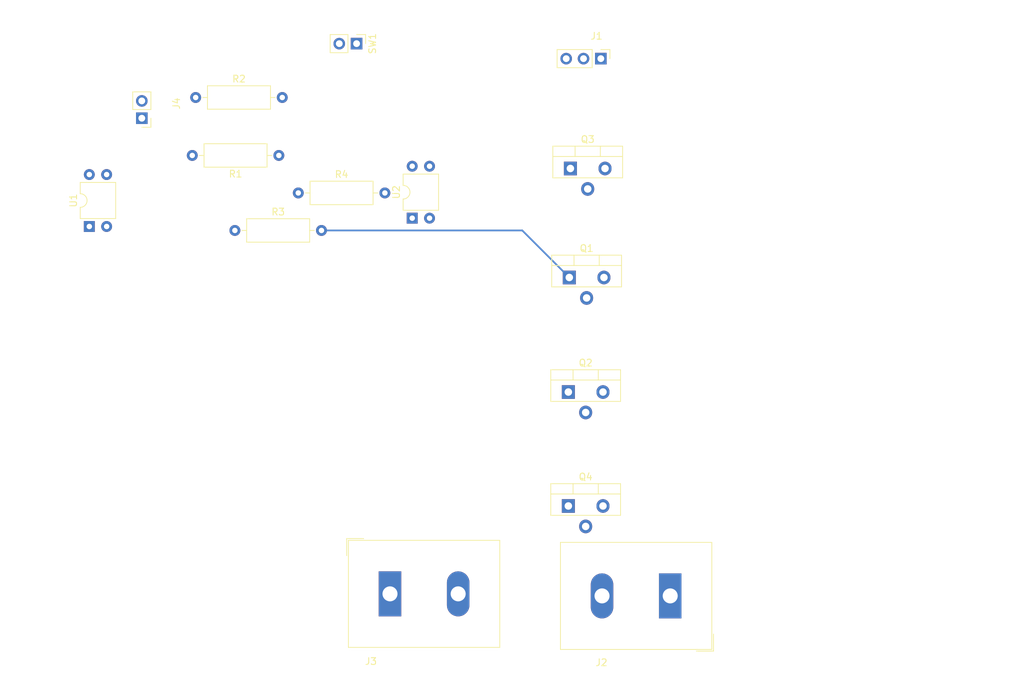
<source format=kicad_pcb>
(kicad_pcb (version 20240108) (generator "pcbnew") (generator_version "8.0")
  (title_block (title "Puente H Power Mosfet") (date "21/08/2024") (rev "1") (company "Danilo Melión"))
  (layers (0 "F.Cu" signal) (31 "B.Cu" signal) (34 "B.Paste" user) (35 "F.Paste" user) (36 "B.SilkS" user "B.Silkscreen") (37 "F.SilkS" user "F.Silkscreen") (38 "B.Mask" user) (39 "F.Mask" user) (44 "Edge.Cuts" user))
  (net 0 "")
  (net 1 "PWM1")
  (net 2 "PWM2")
  (net 3 "GND")
  (net 4 "Net-(J2-Pin_1)")
  (net 5 "Net-(J2-Pin_2)")
  (net 6 "Net-(Q1-G)")
  (net 7 "+24V")
  (net 8 "+15V")
  (net 9 "Net-(Q3-G)")
  (net 10 "Net-(R1-Pad2)")
  (net 11 "Net-(SW1-B)")
  (net 12 "GNDPWR")
  (net 13 "Net-(R8-Pad1)")
  (footprint "Package_DIP:DIP-4_W7.62mm" (layer "F.Cu") (at 65.1 56.32 90)
    (property "Reference" "U1" (at 3.81 -2.33 90) (layer "F.SilkS"))
    (property "Value" "PC817")
    (fp_line (start 6.46 -1.33) (end 4.81 -1.33) (stroke (width 0.12)) (layer "F.SilkS"))
    (fp_line (start 2.81 -1.33) (end 1.16 -1.33) (stroke (width 0.12)) (layer "F.SilkS"))
    (fp_line (start 1.16 -1.33) (end 1.16 3.87) (stroke (width 0.12)) (layer "F.SilkS"))
    (fp_line (start 6.46 3.87) (end 6.46 -1.33) (stroke (width 0.12)) (layer "F.SilkS"))
    (fp_line (start 1.16 3.87) (end 6.46 3.87) (stroke (width 0.12)) (layer "F.SilkS"))
    (fp_arc (start 4.81 -1.33) (mid 3.81 -0.33) (end 2.81 -1.33) (stroke (width 0.12)) (layer "F.SilkS"))
    (pad "1" thru_hole rect (at 0 0 90) (size 1.6 1.6) (drill 0.8) (layers "*.Cu" "*.Mask") (net 10 "Net-(R1-Pad2)"))
    (pad "2" thru_hole oval (at 0 2.54 90) (size 1.6 1.6) (drill 0.8) (layers "*.Cu" "*.Mask") (net 11 "Net-(SW1-B)"))
    (pad "3" thru_hole oval (at 7.62 2.54 90) (size 1.6 1.6) (drill 0.8) (layers "*.Cu" "*.Mask") (net 12 "GNDPWR"))
    (pad "4" thru_hole oval (at 7.62 0 90) (size 1.6 1.6) (drill 0.8) (layers "*.Cu" "*.Mask") (net 6 "Net-(Q1-G)"))
  )
  (footprint "Package_TO_SOT_THT:TO-220-3_Vertical" (layer "F.Cu") (at 135.36 97.3125)
    (property "Reference" "Q4" (at 2.54 -4.27 360) (layer "F.SilkS"))
    (property "Value" "IRLZ44N")
    (fp_line (start -2.58 -3.27) (end -2.58 1.371) (stroke (width 0.12)) (layer "F.SilkS"))
    (fp_line (start -2.58 -3.27) (end 7.66 -3.27) (stroke (width 0.12)) (layer "F.SilkS"))
    (fp_line (start -2.58 -1.76) (end 7.66 -1.76) (stroke (width 0.12)) (layer "F.SilkS"))
    (fp_line (start -2.58 1.371) (end 7.66 1.371) (stroke (width 0.12)) (layer "F.SilkS"))
    (fp_line (start 0.69 -3.27) (end 0.69 -1.76) (stroke (width 0.12)) (layer "F.SilkS"))
    (fp_line (start 4.391 -3.27) (end 4.391 -1.76) (stroke (width 0.12)) (layer "F.SilkS"))
    (fp_line (start 7.66 -3.27) (end 7.66 1.371) (stroke (width 0.12)) (layer "F.SilkS"))
    (pad "1" thru_hole rect (at 0 0) (size 1.905 2) (drill 1.1) (layers "*.Cu" "*.Mask") (net 9 "Net-(Q3-G)"))
    (pad "2" thru_hole oval (at 2.54 3) (size 1.905 2) (drill 1.1) (layers "*.Cu" "*.Mask") (net 5 "Net-(J2-Pin_2)"))
    (pad "3" thru_hole oval (at 5.08 0) (size 1.905 2) (drill 1.1) (layers "*.Cu" "*.Mask") (net 12 "GNDPWR"))
  )
  (footprint "Resistor_THT:R_Axial_DIN0309_L9.0mm_D3.2mm_P12.70mm_Horizontal" (layer "F.Cu") (at 86.45 56.9)
    (property "Reference" "R3" (at 6.35 -2.72 0) (layer "F.SilkS"))
    (property "Value" "1k")
    (fp_line (start 1.04 0) (end 1.73 0) (stroke (width 0.12)) (layer "F.SilkS"))
    (fp_line (start 1.73 -1.72) (end 1.73 1.72) (stroke (width 0.12)) (layer "F.SilkS"))
    (fp_line (start 1.73 1.72) (end 10.97 1.72) (stroke (width 0.12)) (layer "F.SilkS"))
    (fp_line (start 10.97 -1.72) (end 1.73 -1.72) (stroke (width 0.12)) (layer "F.SilkS"))
    (fp_line (start 10.97 1.72) (end 10.97 -1.72) (stroke (width 0.12)) (layer "F.SilkS"))
    (fp_line (start 11.66 0) (end 10.97 0) (stroke (width 0.12)) (layer "F.SilkS"))
    (pad "1" thru_hole circle (at 0 0) (size 1.6 1.6) (drill 0.8) (layers "*.Cu" "*.Mask") (net 8 "+15V"))
    (pad "2" thru_hole oval (at 12.7 0) (size 1.6 1.6) (drill 0.8) (layers "*.Cu" "*.Mask") (net 6 "Net-(Q1-G)"))
  )
  (footprint "Package_TO_SOT_THT:TO-220-3_Vertical" (layer "F.Cu") (at 135.5 63.8)
    (property "Reference" "Q1" (at 2.54 -4.27 360) (layer "F.SilkS"))
    (property "Value" "IRF4905")
    (fp_line (start -2.58 -3.27) (end -2.58 1.371) (stroke (width 0.12)) (layer "F.SilkS"))
    (fp_line (start -2.58 -3.27) (end 7.66 -3.27) (stroke (width 0.12)) (layer "F.SilkS"))
    (fp_line (start -2.58 -1.76) (end 7.66 -1.76) (stroke (width 0.12)) (layer "F.SilkS"))
    (fp_line (start -2.58 1.371) (end 7.66 1.371) (stroke (width 0.12)) (layer "F.SilkS"))
    (fp_line (start 0.69 -3.27) (end 0.69 -1.76) (stroke (width 0.12)) (layer "F.SilkS"))
    (fp_line (start 4.391 -3.27) (end 4.391 -1.76) (stroke (width 0.12)) (layer "F.SilkS"))
    (fp_line (start 7.66 -3.27) (end 7.66 1.371) (stroke (width 0.12)) (layer "F.SilkS"))
    (pad "1" thru_hole rect (at 0 0) (size 1.905 2) (drill 1.1) (layers "*.Cu" "*.Mask") (net 6 "Net-(Q1-G)"))
    (pad "2" thru_hole oval (at 2.54 3) (size 1.905 2) (drill 1.1) (layers "*.Cu" "*.Mask") (net 4 "Net-(J2-Pin_1)"))
    (pad "3" thru_hole oval (at 5.08 0) (size 1.905 2) (drill 1.1) (layers "*.Cu" "*.Mask") (net 7 "+24V"))
  )
  (footprint "TerminalBlock_Dinkle:TerminalBlock_Dinkle_DT-55-B01X-02_P10.00mm" (layer "F.Cu") (at 109.2 110.2)
    (property "Reference" "J3" (at -2.789 9.906 360) (layer "F.SilkS"))
    (property "Value" "24V Alimentación")
    (fp_line (start -6.35 -8.1) (end -3.85 -8.1) (stroke (width 0.12)) (layer "F.SilkS"))
    (fp_line (start -6.35 -5.6) (end -6.35 -8.1) (stroke (width 0.12)) (layer "F.SilkS"))
    (fp_line (start -6.1 -7.85) (end 16.1 -7.85) (stroke (width 0.12)) (layer "F.SilkS"))
    (fp_line (start -6.1 7.85) (end -6.1 -7.85) (stroke (width 0.12)) (layer "F.SilkS"))
    (fp_line (start -6.1 7.85) (end 16.1 7.85) (stroke (width 0.12)) (layer "F.SilkS"))
    (fp_line (start 16.1 -7.85) (end 16.1 7.85) (stroke (width 0.12)) (layer "F.SilkS"))
    (pad "1" thru_hole rect (at 0 0) (size 3.3 6.6) (drill 2.2) (layers "*.Cu" "*.Mask") (net 7 "+24V"))
    (pad "2" thru_hole oval (at 10 0) (size 3.3 6.6) (drill 2.2) (layers "*.Cu" "*.Mask") (net 12 "GNDPWR"))
  )
  (footprint "Connector_PinHeader_2.54mm:PinHeader_1x02_P2.54mm_Vertical" (layer "F.Cu") (at 104.3 29.5 -90)
    (property "Reference" "SW1" (at 0 -2.33 90) (layer "F.SilkS"))
    (property "Value" "SW")
    (fp_line (start -1.33 3.87) (end 1.33 3.87) (stroke (width 0.12)) (layer "F.SilkS"))
    (fp_line (start -1.33 1.27) (end -1.33 3.87) (stroke (width 0.12)) (layer "F.SilkS"))
    (fp_line (start -1.33 1.27) (end 1.33 1.27) (stroke (width 0.12)) (layer "F.SilkS"))
    (fp_line (start 1.33 1.27) (end 1.33 3.87) (stroke (width 0.12)) (layer "F.SilkS"))
    (fp_line (start -1.33 0) (end -1.33 -1.33) (stroke (width 0.12)) (layer "F.SilkS"))
    (fp_line (start -1.33 -1.33) (end 0 -1.33) (stroke (width 0.12)) (layer "F.SilkS"))
    (pad "1" thru_hole rect (at 0 0 270) (size 1.7 1.7) (drill 1) (layers "*.Cu" "*.Mask") (net 3 "GND"))
    (pad "2" thru_hole oval (at 0 2.54 270) (size 1.7 1.7) (drill 1) (layers "*.Cu" "*.Mask") (net 11 "Net-(SW1-B)"))
  )
  (footprint "TerminalBlock_Dinkle:TerminalBlock_Dinkle_DT-55-B01X-02_P10.00mm" (layer "F.Cu") (at 150.3 110.5 180)
    (property "Reference" "J2" (at 10.075 -9.779 360) (layer "F.SilkS"))
    (property "Value" "MOTOR")
    (fp_line (start 16.1 -7.85) (end 16.1 7.85) (stroke (width 0.12)) (layer "F.SilkS"))
    (fp_line (start -6.1 7.85) (end 16.1 7.85) (stroke (width 0.12)) (layer "F.SilkS"))
    (fp_line (start -6.1 7.85) (end -6.1 -7.85) (stroke (width 0.12)) (layer "F.SilkS"))
    (fp_line (start -6.1 -7.85) (end 16.1 -7.85) (stroke (width 0.12)) (layer "F.SilkS"))
    (fp_line (start -6.35 -5.6) (end -6.35 -8.1) (stroke (width 0.12)) (layer "F.SilkS"))
    (fp_line (start -6.35 -8.1) (end -3.85 -8.1) (stroke (width 0.12)) (layer "F.SilkS"))
    (pad "1" thru_hole rect (at 0 0 180) (size 3.3 6.6) (drill 2.2) (layers "*.Cu" "*.Mask") (net 4 "Net-(J2-Pin_1)"))
    (pad "2" thru_hole oval (at 10 0 180) (size 3.3 6.6) (drill 2.2) (layers "*.Cu" "*.Mask") (net 5 "Net-(J2-Pin_2)"))
  )
  (footprint "Package_TO_SOT_THT:TO-220-3_Vertical" (layer "F.Cu") (at 135.66 47.8125)
    (property "Reference" "Q3" (at 2.54 -4.27 360) (layer "F.SilkS"))
    (property "Value" "IRF4905")
    (fp_line (start -2.58 -3.27) (end -2.58 1.371) (stroke (width 0.12)) (layer "F.SilkS"))
    (fp_line (start -2.58 -3.27) (end 7.66 -3.27) (stroke (width 0.12)) (layer "F.SilkS"))
    (fp_line (start -2.58 -1.76) (end 7.66 -1.76) (stroke (width 0.12)) (layer "F.SilkS"))
    (fp_line (start -2.58 1.371) (end 7.66 1.371) (stroke (width 0.12)) (layer "F.SilkS"))
    (fp_line (start 0.69 -3.27) (end 0.69 -1.76) (stroke (width 0.12)) (layer "F.SilkS"))
    (fp_line (start 4.391 -3.27) (end 4.391 -1.76) (stroke (width 0.12)) (layer "F.SilkS"))
    (fp_line (start 7.66 -3.27) (end 7.66 1.371) (stroke (width 0.12)) (layer "F.SilkS"))
    (pad "1" thru_hole rect (at 0 0) (size 1.905 2) (drill 1.1) (layers "*.Cu" "*.Mask") (net 9 "Net-(Q3-G)"))
    (pad "2" thru_hole oval (at 2.54 3) (size 1.905 2) (drill 1.1) (layers "*.Cu" "*.Mask") (net 5 "Net-(J2-Pin_2)"))
    (pad "3" thru_hole oval (at 5.08 0) (size 1.905 2) (drill 1.1) (layers "*.Cu" "*.Mask") (net 7 "+24V"))
  )
  (footprint "Resistor_THT:R_Axial_DIN0309_L9.0mm_D3.2mm_P12.70mm_Horizontal" (layer "F.Cu") (at 92.9 45.9 180)
    (property "Reference" "R1" (at 6.35 -2.72 0) (layer "F.SilkS"))
    (property "Value" "180")
    (fp_line (start 11.66 0) (end 10.97 0) (stroke (width 0.12)) (layer "F.SilkS"))
    (fp_line (start 10.97 1.72) (end 10.97 -1.72) (stroke (width 0.12)) (layer "F.SilkS"))
    (fp_line (start 10.97 -1.72) (end 1.73 -1.72) (stroke (width 0.12)) (layer "F.SilkS"))
    (fp_line (start 1.73 1.72) (end 10.97 1.72) (stroke (width 0.12)) (layer "F.SilkS"))
    (fp_line (start 1.73 -1.72) (end 1.73 1.72) (stroke (width 0.12)) (layer "F.SilkS"))
    (fp_line (start 1.04 0) (end 1.73 0) (stroke (width 0.12)) (layer "F.SilkS"))
    (pad "1" thru_hole circle (at 0 0 180) (size 1.6 1.6) (drill 0.8) (layers "*.Cu" "*.Mask") (net 1 "PWM1"))
    (pad "2" thru_hole oval (at 12.7 0 180) (size 1.6 1.6) (drill 0.8) (layers "*.Cu" "*.Mask") (net 10 "Net-(R1-Pad2)"))
  )
  (footprint "Resistor_THT:R_Axial_DIN0309_L9.0mm_D3.2mm_P12.70mm_Horizontal" (layer "F.Cu") (at 95.75 51.4)
    (property "Reference" "R4" (at 6.35 -2.72 0) (layer "F.SilkS"))
    (property "Value" "1k")
    (fp_line (start 1.04 0) (end 1.73 0) (stroke (width 0.12)) (layer "F.SilkS"))
    (fp_line (start 1.73 -1.72) (end 1.73 1.72) (stroke (width 0.12)) (layer "F.SilkS"))
    (fp_line (start 1.73 1.72) (end 10.97 1.72) (stroke (width 0.12)) (layer "F.SilkS"))
    (fp_line (start 10.97 -1.72) (end 1.73 -1.72) (stroke (width 0.12)) (layer "F.SilkS"))
    (fp_line (start 10.97 1.72) (end 10.97 -1.72) (stroke (width 0.12)) (layer "F.SilkS"))
    (fp_line (start 11.66 0) (end 10.97 0) (stroke (width 0.12)) (layer "F.SilkS"))
    (pad "1" thru_hole circle (at 0 0) (size 1.6 1.6) (drill 0.8) (layers "*.Cu" "*.Mask") (net 8 "+15V"))
    (pad "2" thru_hole oval (at 12.7 0) (size 1.6 1.6) (drill 0.8) (layers "*.Cu" "*.Mask") (net 9 "Net-(Q3-G)"))
  )
  (footprint "Connector_PinHeader_2.54mm:PinHeader_1x03_P2.54mm_Vertical" (layer "F.Cu") (at 140.125 31.7 -90)
    (property "Reference" "J1" (at -3.302 0.625 360) (layer "F.SilkS"))
    (property "Value" "PWM" (hide yes))
    (fp_line (start -1.33 6.41) (end 1.33 6.41) (stroke (width 0.12)) (layer "F.SilkS"))
    (fp_line (start -1.33 1.27) (end -1.33 6.41) (stroke (width 0.12)) (layer "F.SilkS"))
    (fp_line (start -1.33 1.27) (end 1.33 1.27) (stroke (width 0.12)) (layer "F.SilkS"))
    (fp_line (start 1.33 1.27) (end 1.33 6.41) (stroke (width 0.12)) (layer "F.SilkS"))
    (fp_line (start -1.33 0) (end -1.33 -1.33) (stroke (width 0.12)) (layer "F.SilkS"))
    (fp_line (start -1.33 -1.33) (end 0 -1.33) (stroke (width 0.12)) (layer "F.SilkS"))
    (pad "1" thru_hole rect (at 0 0 270) (size 1.7 1.7) (drill 1) (layers "*.Cu" "*.Mask") (net 1 "PWM1"))
    (pad "2" thru_hole oval (at 0 2.54 270) (size 1.7 1.7) (drill 1) (layers "*.Cu" "*.Mask") (net 2 "PWM2"))
    (pad "3" thru_hole oval (at 0 5.08 270) (size 1.7 1.7) (drill 1) (layers "*.Cu" "*.Mask") (net 3 "GND"))
  )
  (footprint "Connector_PinHeader_2.54mm:PinHeader_1x02_P2.54mm_Vertical" (layer "F.Cu") (at 72.8 40.44 180)
    (property "Reference" "J4" (at -5.08 2.159 90) (layer "F.SilkS"))
    (property "Value" "15V Alimentación")
    (fp_line (start 1.33 1.27) (end 1.33 3.87) (stroke (width 0.12)) (layer "F.SilkS"))
    (fp_line (start -1.33 3.87) (end 1.33 3.87) (stroke (width 0.12)) (layer "F.SilkS"))
    (fp_line (start -1.33 1.27) (end 1.33 1.27) (stroke (width 0.12)) (layer "F.SilkS"))
    (fp_line (start -1.33 1.27) (end -1.33 3.87) (stroke (width 0.12)) (layer "F.SilkS"))
    (fp_line (start -1.33 0) (end -1.33 -1.33) (stroke (width 0.12)) (layer "F.SilkS"))
    (fp_line (start -1.33 -1.33) (end 0 -1.33) (stroke (width 0.12)) (layer "F.SilkS"))
    (pad "1" thru_hole rect (at 0 0 180) (size 1.7 1.7) (drill 1) (layers "*.Cu" "*.Mask") (net 8 "+15V"))
    (pad "2" thru_hole oval (at 0 2.54 180) (size 1.7 1.7) (drill 1) (layers "*.Cu" "*.Mask") (net 12 "GNDPWR"))
  )
  (footprint "Package_DIP:DIP-4_W7.62mm" (layer "F.Cu") (at 112.46 55.1 90)
    (property "Reference" "U2" (at 3.81 -2.33 90) (layer "F.SilkS"))
    (property "Value" "PC817")
    (fp_line (start 6.46 -1.33) (end 4.81 -1.33) (stroke (width 0.12)) (layer "F.SilkS"))
    (fp_line (start 2.81 -1.33) (end 1.16 -1.33) (stroke (width 0.12)) (layer "F.SilkS"))
    (fp_line (start 1.16 -1.33) (end 1.16 3.87) (stroke (width 0.12)) (layer "F.SilkS"))
    (fp_line (start 6.46 3.87) (end 6.46 -1.33) (stroke (width 0.12)) (layer "F.SilkS"))
    (fp_line (start 1.16 3.87) (end 6.46 3.87) (stroke (width 0.12)) (layer "F.SilkS"))
    (fp_arc (start 4.81 -1.33) (mid 3.81 -0.33) (end 2.81 -1.33) (stroke (width 0.12)) (layer "F.SilkS"))
    (pad "1" thru_hole rect (at 0 0 90) (size 1.6 1.6) (drill 0.8) (layers "*.Cu" "*.Mask") (net 13 "Net-(R8-Pad1)"))
    (pad "2" thru_hole oval (at 0 2.54 90) (size 1.6 1.6) (drill 0.8) (layers "*.Cu" "*.Mask") (net 11 "Net-(SW1-B)"))
    (pad "3" thru_hole oval (at 7.62 2.54 90) (size 1.6 1.6) (drill 0.8) (layers "*.Cu" "*.Mask") (net 12 "GNDPWR"))
    (pad "4" thru_hole oval (at 7.62 0 90) (size 1.6 1.6) (drill 0.8) (layers "*.Cu" "*.Mask") (net 9 "Net-(Q3-G)"))
  )
  (footprint "Resistor_THT:R_Axial_DIN0309_L9.0mm_D3.2mm_P12.70mm_Horizontal" (layer "F.Cu") (at 80.7 37.4)
    (property "Reference" "R2" (at 6.35 -2.72 0) (layer "F.SilkS"))
    (property "Value" "180")
    (fp_line (start 1.04 0) (end 1.73 0) (stroke (width 0.12)) (layer "F.SilkS"))
    (fp_line (start 1.73 -1.72) (end 1.73 1.72) (stroke (width 0.12)) (layer "F.SilkS"))
    (fp_line (start 1.73 1.72) (end 10.97 1.72) (stroke (width 0.12)) (layer "F.SilkS"))
    (fp_line (start 10.97 -1.72) (end 1.73 -1.72) (stroke (width 0.12)) (layer "F.SilkS"))
    (fp_line (start 10.97 1.72) (end 10.97 -1.72) (stroke (width 0.12)) (layer "F.SilkS"))
    (fp_line (start 11.66 0) (end 10.97 0) (stroke (width 0.12)) (layer "F.SilkS"))
    (pad "1" thru_hole circle (at 0 0) (size 1.6 1.6) (drill 0.8) (layers "*.Cu" "*.Mask") (net 13 "Net-(R8-Pad1)"))
    (pad "2" thru_hole oval (at 12.7 0) (size 1.6 1.6) (drill 0.8) (layers "*.Cu" "*.Mask") (net 2 "PWM2"))
  )
  (footprint "Package_TO_SOT_THT:TO-220-3_Vertical" (layer "F.Cu") (at 135.36 80.6)
    (property "Reference" "Q2" (at 2.54 -4.27 360) (layer "F.SilkS"))
    (property "Value" "IRLZ44N")
    (fp_line (start -2.58 -3.27) (end -2.58 1.371) (stroke (width 0.12)) (layer "F.SilkS"))
    (fp_line (start -2.58 -3.27) (end 7.66 -3.27) (stroke (width 0.12)) (layer "F.SilkS"))
    (fp_line (start -2.58 -1.76) (end 7.66 -1.76) (stroke (width 0.12)) (layer "F.SilkS"))
    (fp_line (start -2.58 1.371) (end 7.66 1.371) (stroke (width 0.12)) (layer "F.SilkS"))
    (fp_line (start 0.69 -3.27) (end 0.69 -1.76) (stroke (width 0.12)) (layer "F.SilkS"))
    (fp_line (start 4.391 -3.27) (end 4.391 -1.76) (stroke (width 0.12)) (layer "F.SilkS"))
    (fp_line (start 7.66 -3.27) (end 7.66 1.371) (stroke (width 0.12)) (layer "F.SilkS"))
    (pad "1" thru_hole rect (at 0 0) (size 1.905 2) (drill 1.1) (layers "*.Cu" "*.Mask") (net 6 "Net-(Q1-G)"))
    (pad "2" thru_hole oval (at 2.54 3) (size 1.905 2) (drill 1.1) (layers "*.Cu" "*.Mask") (net 4 "Net-(J2-Pin_1)"))
    (pad "3" thru_hole oval (at 5.08 0) (size 1.905 2) (drill 1.1) (layers "*.Cu" "*.Mask") (net 12 "GNDPWR"))
  )
  (segment (start 99.15 56.9) (end 128.6 56.9) (width 0.25) (layer "B.Cu") (net 6))
  (segment (start 135.5 64) (end 135.36 64.14) (width 0.25) (layer "B.Cu") (net 6))
  (segment (start 135.5 63.8) (end 135.5 64) (width 0.25) (layer "B.Cu") (net 6))
  (segment (start 128.6 56.9) (end 135.5 63.8) (width 0.25) (layer "B.Cu") (net 6))
)
</source>
